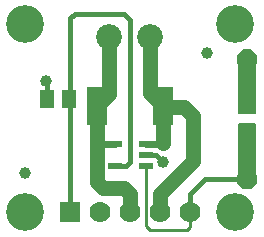
<source format=gbr>
G04 EAGLE Gerber RS-274X export*
G75*
%MOMM*%
%FSLAX34Y34*%
%LPD*%
%INTop Copper*%
%IPPOS*%
%AMOC8*
5,1,8,0,0,1.08239X$1,22.5*%
G01*
%ADD10R,1.300000X1.500000*%
%ADD11C,1.000000*%
%ADD12C,3.200000*%
%ADD13R,1.800000X3.200000*%
%ADD14C,2.184400*%
%ADD15R,1.200000X0.550000*%
%ADD16R,1.778000X1.778000*%
%ADD17C,1.778000*%
%ADD18P,1.814519X8X112.500000*%
%ADD19C,0.406400*%
%ADD20C,1.008000*%
%ADD21C,1.270000*%
%ADD22C,0.609600*%
%ADD23C,0.254000*%

G36*
X215998Y45733D02*
X215998Y45733D01*
X216097Y45736D01*
X216155Y45753D01*
X216216Y45761D01*
X216308Y45797D01*
X216403Y45825D01*
X216455Y45855D01*
X216511Y45878D01*
X216591Y45936D01*
X216677Y45986D01*
X216752Y46052D01*
X216769Y46064D01*
X216776Y46074D01*
X216798Y46093D01*
X220608Y49903D01*
X220668Y49981D01*
X220736Y50053D01*
X220756Y50090D01*
X220779Y50117D01*
X220787Y50134D01*
X220802Y50154D01*
X220842Y50245D01*
X220890Y50331D01*
X220901Y50376D01*
X220915Y50405D01*
X220917Y50419D01*
X220929Y50446D01*
X220944Y50544D01*
X220969Y50639D01*
X220974Y50714D01*
X220974Y50717D01*
X220974Y50721D01*
X220975Y50739D01*
X220979Y50760D01*
X220977Y50772D01*
X220979Y50800D01*
X220979Y99060D01*
X220964Y99178D01*
X220957Y99297D01*
X220944Y99335D01*
X220939Y99376D01*
X220896Y99486D01*
X220859Y99599D01*
X220837Y99634D01*
X220822Y99671D01*
X220753Y99767D01*
X220689Y99868D01*
X220659Y99896D01*
X220636Y99929D01*
X220544Y100005D01*
X220457Y100086D01*
X220422Y100106D01*
X220391Y100131D01*
X220283Y100182D01*
X220179Y100240D01*
X220139Y100250D01*
X220103Y100267D01*
X219986Y100289D01*
X219871Y100319D01*
X219811Y100323D01*
X219791Y100327D01*
X219770Y100325D01*
X219710Y100329D01*
X207010Y100329D01*
X206892Y100314D01*
X206773Y100307D01*
X206735Y100294D01*
X206694Y100289D01*
X206584Y100246D01*
X206471Y100209D01*
X206436Y100187D01*
X206399Y100172D01*
X206303Y100103D01*
X206202Y100039D01*
X206174Y100009D01*
X206141Y99986D01*
X206066Y99894D01*
X205984Y99807D01*
X205964Y99772D01*
X205939Y99741D01*
X205888Y99633D01*
X205830Y99529D01*
X205820Y99489D01*
X205803Y99453D01*
X205781Y99336D01*
X205751Y99221D01*
X205747Y99161D01*
X205743Y99141D01*
X205745Y99120D01*
X205744Y99114D01*
X205743Y99110D01*
X205744Y99105D01*
X205741Y99060D01*
X205741Y50800D01*
X205753Y50702D01*
X205756Y50603D01*
X205765Y50574D01*
X205765Y50561D01*
X205775Y50532D01*
X205781Y50484D01*
X205817Y50392D01*
X205845Y50297D01*
X205858Y50274D01*
X205863Y50258D01*
X205881Y50230D01*
X205898Y50189D01*
X205956Y50109D01*
X206006Y50023D01*
X206028Y49999D01*
X206034Y49990D01*
X206047Y49977D01*
X206072Y49948D01*
X206084Y49931D01*
X206094Y49924D01*
X206113Y49903D01*
X209923Y46093D01*
X210001Y46032D01*
X210073Y45964D01*
X210126Y45935D01*
X210174Y45898D01*
X210265Y45858D01*
X210351Y45810D01*
X210410Y45795D01*
X210466Y45771D01*
X210564Y45756D01*
X210659Y45731D01*
X210759Y45725D01*
X210780Y45721D01*
X210792Y45723D01*
X210820Y45721D01*
X215900Y45721D01*
X215998Y45733D01*
G37*
G36*
X219828Y107966D02*
X219828Y107966D01*
X219947Y107973D01*
X219985Y107986D01*
X220026Y107991D01*
X220136Y108034D01*
X220249Y108071D01*
X220284Y108093D01*
X220321Y108108D01*
X220417Y108178D01*
X220518Y108241D01*
X220546Y108271D01*
X220579Y108294D01*
X220655Y108386D01*
X220736Y108473D01*
X220756Y108508D01*
X220781Y108539D01*
X220832Y108647D01*
X220890Y108751D01*
X220900Y108791D01*
X220917Y108827D01*
X220939Y108944D01*
X220969Y109059D01*
X220973Y109120D01*
X220977Y109140D01*
X220975Y109160D01*
X220979Y109220D01*
X220979Y157480D01*
X220967Y157578D01*
X220964Y157677D01*
X220947Y157735D01*
X220939Y157796D01*
X220903Y157888D01*
X220875Y157983D01*
X220845Y158035D01*
X220822Y158091D01*
X220764Y158171D01*
X220714Y158257D01*
X220648Y158332D01*
X220636Y158349D01*
X220626Y158356D01*
X220608Y158378D01*
X216798Y162188D01*
X216719Y162248D01*
X216647Y162316D01*
X216594Y162345D01*
X216546Y162382D01*
X216455Y162422D01*
X216369Y162470D01*
X216310Y162485D01*
X216254Y162509D01*
X216156Y162524D01*
X216061Y162549D01*
X215961Y162555D01*
X215940Y162559D01*
X215928Y162557D01*
X215900Y162559D01*
X210820Y162559D01*
X210722Y162547D01*
X210623Y162544D01*
X210565Y162527D01*
X210504Y162519D01*
X210412Y162483D01*
X210317Y162455D01*
X210265Y162425D01*
X210209Y162402D01*
X210129Y162344D01*
X210043Y162294D01*
X209968Y162228D01*
X209951Y162216D01*
X209944Y162206D01*
X209923Y162188D01*
X206113Y158378D01*
X206052Y158299D01*
X205984Y158227D01*
X205955Y158174D01*
X205918Y158126D01*
X205878Y158035D01*
X205830Y157949D01*
X205815Y157890D01*
X205791Y157834D01*
X205776Y157736D01*
X205751Y157641D01*
X205745Y157541D01*
X205741Y157520D01*
X205743Y157508D01*
X205741Y157480D01*
X205741Y109220D01*
X205756Y109102D01*
X205763Y108983D01*
X205776Y108945D01*
X205781Y108904D01*
X205824Y108794D01*
X205861Y108681D01*
X205883Y108646D01*
X205898Y108609D01*
X205968Y108513D01*
X206031Y108412D01*
X206061Y108384D01*
X206084Y108351D01*
X206176Y108276D01*
X206263Y108194D01*
X206298Y108174D01*
X206329Y108149D01*
X206437Y108098D01*
X206541Y108040D01*
X206581Y108030D01*
X206617Y108013D01*
X206734Y107991D01*
X206849Y107961D01*
X206910Y107957D01*
X206930Y107953D01*
X206950Y107955D01*
X207010Y107951D01*
X219710Y107951D01*
X219828Y107966D01*
G37*
D10*
X62840Y121190D03*
X43840Y121190D03*
D11*
X179320Y159570D03*
X25400Y58420D03*
D12*
X203200Y25400D03*
X25400Y25400D03*
X25400Y184300D03*
X203200Y184300D03*
D13*
X86300Y115090D03*
X142300Y115090D03*
D14*
X96030Y173760D03*
X131030Y173760D03*
D15*
X127301Y64160D03*
X127301Y73660D03*
X127301Y83160D03*
X101299Y83160D03*
X101299Y64160D03*
D16*
X63500Y25400D03*
D17*
X88900Y25400D03*
X114300Y25400D03*
X139700Y25400D03*
X165100Y25400D03*
D18*
X213360Y53340D03*
X213360Y154940D03*
D19*
X111150Y64160D02*
X101299Y64160D01*
X111150Y64160D02*
X114300Y67310D01*
X114300Y187960D01*
X109220Y193040D01*
X67310Y193040D01*
X63500Y189230D01*
X63500Y121850D01*
X62840Y121190D01*
X63500Y120530D02*
X63500Y25400D01*
X63500Y120530D02*
X62840Y121190D01*
X127301Y73660D02*
X135890Y73660D01*
X142240Y67310D01*
D20*
X142240Y67310D03*
D19*
X43840Y121190D02*
X43840Y135230D01*
X43180Y135890D01*
D20*
X43180Y135890D03*
D21*
X131030Y126360D02*
X131030Y173760D01*
X131030Y126360D02*
X142300Y115090D01*
X139700Y40640D02*
X139700Y25400D01*
X139700Y40640D02*
X167640Y68580D01*
X167640Y106680D01*
X160020Y114300D01*
X143090Y114300D01*
X142300Y115090D01*
D22*
X141580Y83160D02*
X127301Y83160D01*
X141580Y83160D02*
X142240Y83820D01*
D21*
X142240Y115030D01*
X142300Y115090D01*
X96030Y124820D02*
X96030Y173760D01*
X96030Y124820D02*
X86300Y115090D01*
D22*
X87020Y83160D02*
X101299Y83160D01*
X87020Y83160D02*
X86360Y83820D01*
D21*
X86360Y115030D01*
X86300Y115090D01*
X114300Y40640D02*
X114300Y25400D01*
X114300Y40640D02*
X109220Y45720D01*
X91440Y45720D01*
X86360Y50800D01*
X86360Y82500D01*
X87020Y83160D01*
D19*
X177800Y53340D02*
X213360Y53340D01*
X177800Y53340D02*
X165100Y40640D01*
X165100Y25400D01*
D23*
X127301Y13669D02*
X127301Y64160D01*
X127301Y13669D02*
X130810Y10160D01*
X162560Y10160D01*
X165100Y12700D01*
X165100Y25400D01*
M02*

</source>
